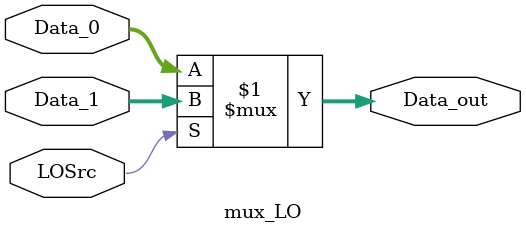
<source format=v>
module mux_LO (
    input   wire    LOSrc,
    input   wire    [31:0]  Data_0,     // comes from MULT
    input   wire    [31:0]  Data_1,     // comes from DIV
    output  wire    [31:0]  Data_out
);

assign  Data_out    =   (LOSrc) ? Data_1  :   Data_0;

endmodule
</source>
